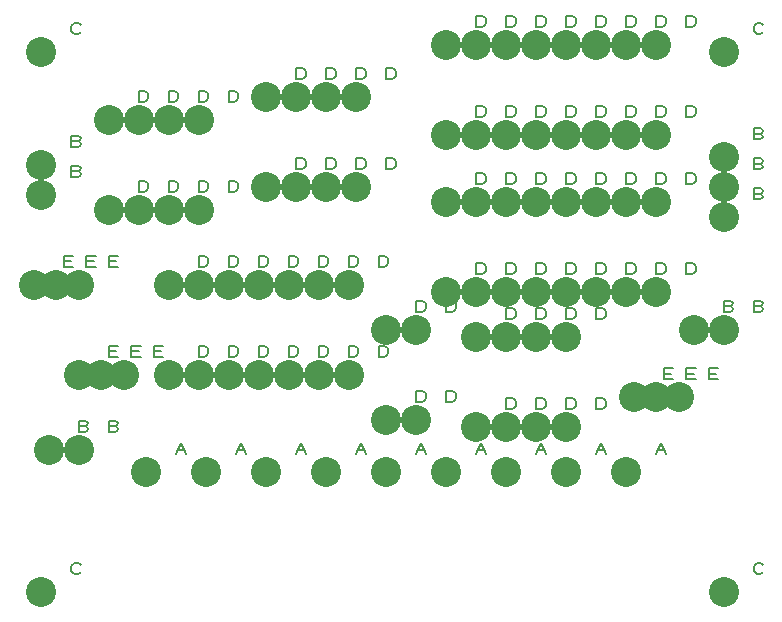
<source format=gbr>
G04 EasyPC Gerber Version 19.0.2 Build 3920 *
G04 #@! TF.Part,Single*
%FSLAX35Y35*%
%MOIN*%
%ADD10C,0.00500*%
G04 #@! TA.AperFunction,WasherPad*
%ADD83C,0.10000*%
X0Y0D02*
D02*
D10*
X21250Y120987D02*
Y124737D01*
X24375*
X23750Y122863D02*
X21250D01*
Y120987D02*
X24375D01*
X26875Y19113D02*
X26563Y18800D01*
X25937Y18487*
X25000*
X24375Y18800*
X24063Y19113*
X23750Y19737*
Y20987*
X24063Y21613*
X24375Y21925*
X25000Y22237*
X25937*
X26563Y21925*
X26875Y21613*
X25937Y152863D02*
X26563Y152550D01*
X26875Y151925*
X26563Y151300*
X25937Y150987*
X23750*
Y154737*
X25937*
X26563Y154425*
X26875Y153800*
X26563Y153175*
X25937Y152863*
X23750*
X25937Y162863D02*
X26563Y162550D01*
X26875Y161925*
X26563Y161300*
X25937Y160987*
X23750*
Y164737*
X25937*
X26563Y164425*
X26875Y163800*
X26563Y163175*
X25937Y162863*
X23750*
X26875Y199113D02*
X26563Y198800D01*
X25937Y198487*
X25000*
X24375Y198800*
X24063Y199113*
X23750Y199737*
Y200987*
X24063Y201613*
X24375Y201925*
X25000Y202237*
X25937*
X26563Y201925*
X26875Y201613*
X28437Y67863D02*
X29063Y67550D01*
X29375Y66925*
X29063Y66300*
X28437Y65987*
X26250*
Y69737*
X28437*
X29063Y69425*
X29375Y68800*
X29063Y68175*
X28437Y67863*
X26250*
X28750Y120987D02*
Y124737D01*
X31875*
X31250Y122863D02*
X28750D01*
Y120987D02*
X31875D01*
X38437Y67863D02*
X39063Y67550D01*
X39375Y66925*
X39063Y66300*
X38437Y65987*
X36250*
Y69737*
X38437*
X39063Y69425*
X39375Y68800*
X39063Y68175*
X38437Y67863*
X36250*
Y90987D02*
Y94737D01*
X39375*
X38750Y92863D02*
X36250D01*
Y90987D02*
X39375D01*
X36250Y120987D02*
Y124737D01*
X39375*
X38750Y122863D02*
X36250D01*
Y120987D02*
X39375D01*
X43750Y90987D02*
Y94737D01*
X46875*
X46250Y92863D02*
X43750D01*
Y90987D02*
X46875D01*
X46250Y145987D02*
Y149737D01*
X48125*
X48750Y149425*
X49063Y149113*
X49375Y148487*
Y147237*
X49063Y146613*
X48750Y146300*
X48125Y145987*
X46250*
Y175987D02*
Y179737D01*
X48125*
X48750Y179425*
X49063Y179113*
X49375Y178487*
Y177237*
X49063Y176613*
X48750Y176300*
X48125Y175987*
X46250*
X51250Y90987D02*
Y94737D01*
X54375*
X53750Y92863D02*
X51250D01*
Y90987D02*
X54375D01*
X56250Y145987D02*
Y149737D01*
X58125*
X58750Y149425*
X59063Y149113*
X59375Y148487*
Y147237*
X59063Y146613*
X58750Y146300*
X58125Y145987*
X56250*
Y175987D02*
Y179737D01*
X58125*
X58750Y179425*
X59063Y179113*
X59375Y178487*
Y177237*
X59063Y176613*
X58750Y176300*
X58125Y175987*
X56250*
X58750Y58487D02*
X60313Y62237D01*
X61875Y58487*
X59375Y60050D02*
X61250D01*
X66250Y90987D02*
Y94737D01*
X68125*
X68750Y94425*
X69063Y94113*
X69375Y93487*
Y92237*
X69063Y91613*
X68750Y91300*
X68125Y90987*
X66250*
Y120987D02*
Y124737D01*
X68125*
X68750Y124425*
X69063Y124113*
X69375Y123487*
Y122237*
X69063Y121613*
X68750Y121300*
X68125Y120987*
X66250*
Y145987D02*
Y149737D01*
X68125*
X68750Y149425*
X69063Y149113*
X69375Y148487*
Y147237*
X69063Y146613*
X68750Y146300*
X68125Y145987*
X66250*
Y175987D02*
Y179737D01*
X68125*
X68750Y179425*
X69063Y179113*
X69375Y178487*
Y177237*
X69063Y176613*
X68750Y176300*
X68125Y175987*
X66250*
X76250Y90987D02*
Y94737D01*
X78125*
X78750Y94425*
X79063Y94113*
X79375Y93487*
Y92237*
X79063Y91613*
X78750Y91300*
X78125Y90987*
X76250*
Y120987D02*
Y124737D01*
X78125*
X78750Y124425*
X79063Y124113*
X79375Y123487*
Y122237*
X79063Y121613*
X78750Y121300*
X78125Y120987*
X76250*
Y145987D02*
Y149737D01*
X78125*
X78750Y149425*
X79063Y149113*
X79375Y148487*
Y147237*
X79063Y146613*
X78750Y146300*
X78125Y145987*
X76250*
Y175987D02*
Y179737D01*
X78125*
X78750Y179425*
X79063Y179113*
X79375Y178487*
Y177237*
X79063Y176613*
X78750Y176300*
X78125Y175987*
X76250*
X78750Y58487D02*
X80313Y62237D01*
X81875Y58487*
X79375Y60050D02*
X81250D01*
X86250Y90987D02*
Y94737D01*
X88125*
X88750Y94425*
X89063Y94113*
X89375Y93487*
Y92237*
X89063Y91613*
X88750Y91300*
X88125Y90987*
X86250*
Y120987D02*
Y124737D01*
X88125*
X88750Y124425*
X89063Y124113*
X89375Y123487*
Y122237*
X89063Y121613*
X88750Y121300*
X88125Y120987*
X86250*
X96250Y90987D02*
Y94737D01*
X98125*
X98750Y94425*
X99063Y94113*
X99375Y93487*
Y92237*
X99063Y91613*
X98750Y91300*
X98125Y90987*
X96250*
Y120987D02*
Y124737D01*
X98125*
X98750Y124425*
X99063Y124113*
X99375Y123487*
Y122237*
X99063Y121613*
X98750Y121300*
X98125Y120987*
X96250*
X98750Y58487D02*
X100313Y62237D01*
X101875Y58487*
X99375Y60050D02*
X101250D01*
X98750Y153487D02*
Y157237D01*
X100625*
X101250Y156925*
X101563Y156613*
X101875Y155987*
Y154737*
X101563Y154113*
X101250Y153800*
X100625Y153487*
X98750*
Y183487D02*
Y187237D01*
X100625*
X101250Y186925*
X101563Y186613*
X101875Y185987*
Y184737*
X101563Y184113*
X101250Y183800*
X100625Y183487*
X98750*
X106250Y90987D02*
Y94737D01*
X108125*
X108750Y94425*
X109063Y94113*
X109375Y93487*
Y92237*
X109063Y91613*
X108750Y91300*
X108125Y90987*
X106250*
Y120987D02*
Y124737D01*
X108125*
X108750Y124425*
X109063Y124113*
X109375Y123487*
Y122237*
X109063Y121613*
X108750Y121300*
X108125Y120987*
X106250*
X108750Y153487D02*
Y157237D01*
X110625*
X111250Y156925*
X111563Y156613*
X111875Y155987*
Y154737*
X111563Y154113*
X111250Y153800*
X110625Y153487*
X108750*
Y183487D02*
Y187237D01*
X110625*
X111250Y186925*
X111563Y186613*
X111875Y185987*
Y184737*
X111563Y184113*
X111250Y183800*
X110625Y183487*
X108750*
X116250Y90987D02*
Y94737D01*
X118125*
X118750Y94425*
X119063Y94113*
X119375Y93487*
Y92237*
X119063Y91613*
X118750Y91300*
X118125Y90987*
X116250*
Y120987D02*
Y124737D01*
X118125*
X118750Y124425*
X119063Y124113*
X119375Y123487*
Y122237*
X119063Y121613*
X118750Y121300*
X118125Y120987*
X116250*
X118750Y58487D02*
X120313Y62237D01*
X121875Y58487*
X119375Y60050D02*
X121250D01*
X118750Y153487D02*
Y157237D01*
X120625*
X121250Y156925*
X121563Y156613*
X121875Y155987*
Y154737*
X121563Y154113*
X121250Y153800*
X120625Y153487*
X118750*
Y183487D02*
Y187237D01*
X120625*
X121250Y186925*
X121563Y186613*
X121875Y185987*
Y184737*
X121563Y184113*
X121250Y183800*
X120625Y183487*
X118750*
X126250Y90987D02*
Y94737D01*
X128125*
X128750Y94425*
X129063Y94113*
X129375Y93487*
Y92237*
X129063Y91613*
X128750Y91300*
X128125Y90987*
X126250*
Y120987D02*
Y124737D01*
X128125*
X128750Y124425*
X129063Y124113*
X129375Y123487*
Y122237*
X129063Y121613*
X128750Y121300*
X128125Y120987*
X126250*
X128750Y153487D02*
Y157237D01*
X130625*
X131250Y156925*
X131563Y156613*
X131875Y155987*
Y154737*
X131563Y154113*
X131250Y153800*
X130625Y153487*
X128750*
Y183487D02*
Y187237D01*
X130625*
X131250Y186925*
X131563Y186613*
X131875Y185987*
Y184737*
X131563Y184113*
X131250Y183800*
X130625Y183487*
X128750*
X138750Y58487D02*
X140313Y62237D01*
X141875Y58487*
X139375Y60050D02*
X141250D01*
X138750Y75987D02*
Y79737D01*
X140625*
X141250Y79425*
X141563Y79113*
X141875Y78487*
Y77237*
X141563Y76613*
X141250Y76300*
X140625Y75987*
X138750*
Y105987D02*
Y109737D01*
X140625*
X141250Y109425*
X141563Y109113*
X141875Y108487*
Y107237*
X141563Y106613*
X141250Y106300*
X140625Y105987*
X138750*
X148750Y75987D02*
Y79737D01*
X150625*
X151250Y79425*
X151563Y79113*
X151875Y78487*
Y77237*
X151563Y76613*
X151250Y76300*
X150625Y75987*
X148750*
Y105987D02*
Y109737D01*
X150625*
X151250Y109425*
X151563Y109113*
X151875Y108487*
Y107237*
X151563Y106613*
X151250Y106300*
X150625Y105987*
X148750*
X158750Y58487D02*
X160313Y62237D01*
X161875Y58487*
X159375Y60050D02*
X161250D01*
X158750Y118487D02*
Y122237D01*
X160625*
X161250Y121925*
X161563Y121613*
X161875Y120987*
Y119737*
X161563Y119113*
X161250Y118800*
X160625Y118487*
X158750*
Y148487D02*
Y152237D01*
X160625*
X161250Y151925*
X161563Y151613*
X161875Y150987*
Y149737*
X161563Y149113*
X161250Y148800*
X160625Y148487*
X158750*
Y170987D02*
Y174737D01*
X160625*
X161250Y174425*
X161563Y174113*
X161875Y173487*
Y172237*
X161563Y171613*
X161250Y171300*
X160625Y170987*
X158750*
Y200987D02*
Y204737D01*
X160625*
X161250Y204425*
X161563Y204113*
X161875Y203487*
Y202237*
X161563Y201613*
X161250Y201300*
X160625Y200987*
X158750*
X168750Y73487D02*
Y77237D01*
X170625*
X171250Y76925*
X171563Y76613*
X171875Y75987*
Y74737*
X171563Y74113*
X171250Y73800*
X170625Y73487*
X168750*
Y103487D02*
Y107237D01*
X170625*
X171250Y106925*
X171563Y106613*
X171875Y105987*
Y104737*
X171563Y104113*
X171250Y103800*
X170625Y103487*
X168750*
Y118487D02*
Y122237D01*
X170625*
X171250Y121925*
X171563Y121613*
X171875Y120987*
Y119737*
X171563Y119113*
X171250Y118800*
X170625Y118487*
X168750*
Y148487D02*
Y152237D01*
X170625*
X171250Y151925*
X171563Y151613*
X171875Y150987*
Y149737*
X171563Y149113*
X171250Y148800*
X170625Y148487*
X168750*
Y170987D02*
Y174737D01*
X170625*
X171250Y174425*
X171563Y174113*
X171875Y173487*
Y172237*
X171563Y171613*
X171250Y171300*
X170625Y170987*
X168750*
Y200987D02*
Y204737D01*
X170625*
X171250Y204425*
X171563Y204113*
X171875Y203487*
Y202237*
X171563Y201613*
X171250Y201300*
X170625Y200987*
X168750*
X178750Y58487D02*
X180313Y62237D01*
X181875Y58487*
X179375Y60050D02*
X181250D01*
X178750Y73487D02*
Y77237D01*
X180625*
X181250Y76925*
X181563Y76613*
X181875Y75987*
Y74737*
X181563Y74113*
X181250Y73800*
X180625Y73487*
X178750*
Y103487D02*
Y107237D01*
X180625*
X181250Y106925*
X181563Y106613*
X181875Y105987*
Y104737*
X181563Y104113*
X181250Y103800*
X180625Y103487*
X178750*
Y118487D02*
Y122237D01*
X180625*
X181250Y121925*
X181563Y121613*
X181875Y120987*
Y119737*
X181563Y119113*
X181250Y118800*
X180625Y118487*
X178750*
Y148487D02*
Y152237D01*
X180625*
X181250Y151925*
X181563Y151613*
X181875Y150987*
Y149737*
X181563Y149113*
X181250Y148800*
X180625Y148487*
X178750*
Y170987D02*
Y174737D01*
X180625*
X181250Y174425*
X181563Y174113*
X181875Y173487*
Y172237*
X181563Y171613*
X181250Y171300*
X180625Y170987*
X178750*
Y200987D02*
Y204737D01*
X180625*
X181250Y204425*
X181563Y204113*
X181875Y203487*
Y202237*
X181563Y201613*
X181250Y201300*
X180625Y200987*
X178750*
X188750Y73487D02*
Y77237D01*
X190625*
X191250Y76925*
X191563Y76613*
X191875Y75987*
Y74737*
X191563Y74113*
X191250Y73800*
X190625Y73487*
X188750*
Y103487D02*
Y107237D01*
X190625*
X191250Y106925*
X191563Y106613*
X191875Y105987*
Y104737*
X191563Y104113*
X191250Y103800*
X190625Y103487*
X188750*
Y118487D02*
Y122237D01*
X190625*
X191250Y121925*
X191563Y121613*
X191875Y120987*
Y119737*
X191563Y119113*
X191250Y118800*
X190625Y118487*
X188750*
Y148487D02*
Y152237D01*
X190625*
X191250Y151925*
X191563Y151613*
X191875Y150987*
Y149737*
X191563Y149113*
X191250Y148800*
X190625Y148487*
X188750*
Y170987D02*
Y174737D01*
X190625*
X191250Y174425*
X191563Y174113*
X191875Y173487*
Y172237*
X191563Y171613*
X191250Y171300*
X190625Y170987*
X188750*
Y200987D02*
Y204737D01*
X190625*
X191250Y204425*
X191563Y204113*
X191875Y203487*
Y202237*
X191563Y201613*
X191250Y201300*
X190625Y200987*
X188750*
X198750Y58487D02*
X200313Y62237D01*
X201875Y58487*
X199375Y60050D02*
X201250D01*
X198750Y73487D02*
Y77237D01*
X200625*
X201250Y76925*
X201563Y76613*
X201875Y75987*
Y74737*
X201563Y74113*
X201250Y73800*
X200625Y73487*
X198750*
Y103487D02*
Y107237D01*
X200625*
X201250Y106925*
X201563Y106613*
X201875Y105987*
Y104737*
X201563Y104113*
X201250Y103800*
X200625Y103487*
X198750*
Y118487D02*
Y122237D01*
X200625*
X201250Y121925*
X201563Y121613*
X201875Y120987*
Y119737*
X201563Y119113*
X201250Y118800*
X200625Y118487*
X198750*
Y148487D02*
Y152237D01*
X200625*
X201250Y151925*
X201563Y151613*
X201875Y150987*
Y149737*
X201563Y149113*
X201250Y148800*
X200625Y148487*
X198750*
Y170987D02*
Y174737D01*
X200625*
X201250Y174425*
X201563Y174113*
X201875Y173487*
Y172237*
X201563Y171613*
X201250Y171300*
X200625Y170987*
X198750*
Y200987D02*
Y204737D01*
X200625*
X201250Y204425*
X201563Y204113*
X201875Y203487*
Y202237*
X201563Y201613*
X201250Y201300*
X200625Y200987*
X198750*
X208750Y118487D02*
Y122237D01*
X210625*
X211250Y121925*
X211563Y121613*
X211875Y120987*
Y119737*
X211563Y119113*
X211250Y118800*
X210625Y118487*
X208750*
Y148487D02*
Y152237D01*
X210625*
X211250Y151925*
X211563Y151613*
X211875Y150987*
Y149737*
X211563Y149113*
X211250Y148800*
X210625Y148487*
X208750*
Y170987D02*
Y174737D01*
X210625*
X211250Y174425*
X211563Y174113*
X211875Y173487*
Y172237*
X211563Y171613*
X211250Y171300*
X210625Y170987*
X208750*
Y200987D02*
Y204737D01*
X210625*
X211250Y204425*
X211563Y204113*
X211875Y203487*
Y202237*
X211563Y201613*
X211250Y201300*
X210625Y200987*
X208750*
X218750Y58487D02*
X220313Y62237D01*
X221875Y58487*
X219375Y60050D02*
X221250D01*
X218750Y118487D02*
Y122237D01*
X220625*
X221250Y121925*
X221563Y121613*
X221875Y120987*
Y119737*
X221563Y119113*
X221250Y118800*
X220625Y118487*
X218750*
Y148487D02*
Y152237D01*
X220625*
X221250Y151925*
X221563Y151613*
X221875Y150987*
Y149737*
X221563Y149113*
X221250Y148800*
X220625Y148487*
X218750*
Y170987D02*
Y174737D01*
X220625*
X221250Y174425*
X221563Y174113*
X221875Y173487*
Y172237*
X221563Y171613*
X221250Y171300*
X220625Y170987*
X218750*
Y200987D02*
Y204737D01*
X220625*
X221250Y204425*
X221563Y204113*
X221875Y203487*
Y202237*
X221563Y201613*
X221250Y201300*
X220625Y200987*
X218750*
X221250Y83487D02*
Y87237D01*
X224375*
X223750Y85363D02*
X221250D01*
Y83487D02*
X224375D01*
X228750D02*
Y87237D01*
X231875*
X231250Y85363D02*
X228750D01*
Y83487D02*
X231875D01*
X228750Y118487D02*
Y122237D01*
X230625*
X231250Y121925*
X231563Y121613*
X231875Y120987*
Y119737*
X231563Y119113*
X231250Y118800*
X230625Y118487*
X228750*
Y148487D02*
Y152237D01*
X230625*
X231250Y151925*
X231563Y151613*
X231875Y150987*
Y149737*
X231563Y149113*
X231250Y148800*
X230625Y148487*
X228750*
Y170987D02*
Y174737D01*
X230625*
X231250Y174425*
X231563Y174113*
X231875Y173487*
Y172237*
X231563Y171613*
X231250Y171300*
X230625Y170987*
X228750*
Y200987D02*
Y204737D01*
X230625*
X231250Y204425*
X231563Y204113*
X231875Y203487*
Y202237*
X231563Y201613*
X231250Y201300*
X230625Y200987*
X228750*
X236250Y83487D02*
Y87237D01*
X239375*
X238750Y85363D02*
X236250D01*
Y83487D02*
X239375D01*
X243437Y107863D02*
X244063Y107550D01*
X244375Y106925*
X244063Y106300*
X243437Y105987*
X241250*
Y109737*
X243437*
X244063Y109425*
X244375Y108800*
X244063Y108175*
X243437Y107863*
X241250*
X254375Y19113D02*
X254063Y18800D01*
X253437Y18487*
X252500*
X251875Y18800*
X251563Y19113*
X251250Y19737*
Y20987*
X251563Y21613*
X251875Y21925*
X252500Y22237*
X253437*
X254063Y21925*
X254375Y21613*
X253437Y107863D02*
X254063Y107550D01*
X254375Y106925*
X254063Y106300*
X253437Y105987*
X251250*
Y109737*
X253437*
X254063Y109425*
X254375Y108800*
X254063Y108175*
X253437Y107863*
X251250*
X253437Y145363D02*
X254063Y145050D01*
X254375Y144425*
X254063Y143800*
X253437Y143487*
X251250*
Y147237*
X253437*
X254063Y146925*
X254375Y146300*
X254063Y145675*
X253437Y145363*
X251250*
X253437Y155363D02*
X254063Y155050D01*
X254375Y154425*
X254063Y153800*
X253437Y153487*
X251250*
Y157237*
X253437*
X254063Y156925*
X254375Y156300*
X254063Y155675*
X253437Y155363*
X251250*
X253437Y165363D02*
X254063Y165050D01*
X254375Y164425*
X254063Y163800*
X253437Y163487*
X251250*
Y167237*
X253437*
X254063Y166925*
X254375Y166300*
X254063Y165675*
X253437Y165363*
X251250*
X254375Y199113D02*
X254063Y198800D01*
X253437Y198487*
X252500*
X251875Y198800*
X251563Y199113*
X251250Y199737*
Y200987*
X251563Y201613*
X251875Y201925*
X252500Y202237*
X253437*
X254063Y201925*
X254375Y201613*
D02*
D83*
X11250Y115050D03*
X13750Y12550D03*
Y145050D03*
Y155050D03*
Y192550D03*
X16250Y60050D03*
X18750Y115050D03*
X26250Y60050D03*
Y85050D03*
Y115050D03*
X33750Y85050D03*
X36250Y140050D03*
Y170050D03*
X41250Y85050D03*
X46250Y140050D03*
Y170050D03*
X48750Y52550D03*
X56250Y85050D03*
Y115050D03*
Y140050D03*
Y170050D03*
X66250Y85050D03*
Y115050D03*
Y140050D03*
Y170050D03*
X68750Y52550D03*
X76250Y85050D03*
Y115050D03*
X86250Y85050D03*
Y115050D03*
X88750Y52550D03*
Y147550D03*
Y177550D03*
X96250Y85050D03*
Y115050D03*
X98750Y147550D03*
Y177550D03*
X106250Y85050D03*
Y115050D03*
X108750Y52550D03*
Y147550D03*
Y177550D03*
X116250Y85050D03*
Y115050D03*
X118750Y147550D03*
Y177550D03*
X128750Y52550D03*
Y70050D03*
Y100050D03*
X138750Y70050D03*
Y100050D03*
X148750Y52550D03*
Y112550D03*
Y142550D03*
Y165050D03*
Y195050D03*
X158750Y67550D03*
Y97550D03*
Y112550D03*
Y142550D03*
Y165050D03*
Y195050D03*
X168750Y52550D03*
Y67550D03*
Y97550D03*
Y112550D03*
Y142550D03*
Y165050D03*
Y195050D03*
X178750Y67550D03*
Y97550D03*
Y112550D03*
Y142550D03*
Y165050D03*
Y195050D03*
X188750Y52550D03*
Y67550D03*
Y97550D03*
Y112550D03*
Y142550D03*
Y165050D03*
Y195050D03*
X198750Y112550D03*
Y142550D03*
Y165050D03*
Y195050D03*
X208750Y52550D03*
Y112550D03*
Y142550D03*
Y165050D03*
Y195050D03*
X211250Y77550D03*
X218750D03*
Y112550D03*
Y142550D03*
Y165050D03*
Y195050D03*
X226250Y77550D03*
X231250Y100050D03*
X241250Y12550D03*
Y100050D03*
Y137550D03*
Y147550D03*
Y157550D03*
Y192550D03*
X0Y0D02*
M02*

</source>
